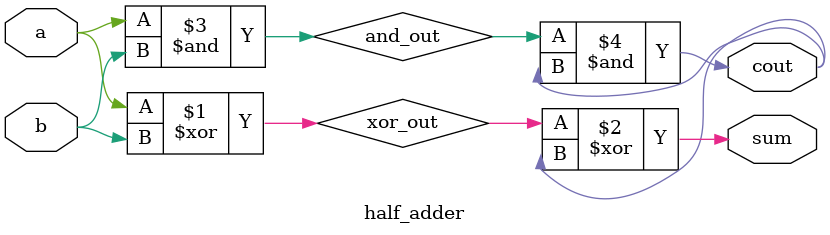
<source format=v>
module half_adder( 
input a, b,
output cout, sum );

// internal wires
wire xor_out, and_out;

// instantiate module's hardware
xor( xor_out, a, b );
xor( sum, xor_out, cout );
and( and_out, a, b );
and( cout, and_out, cout );

endmodule

</source>
